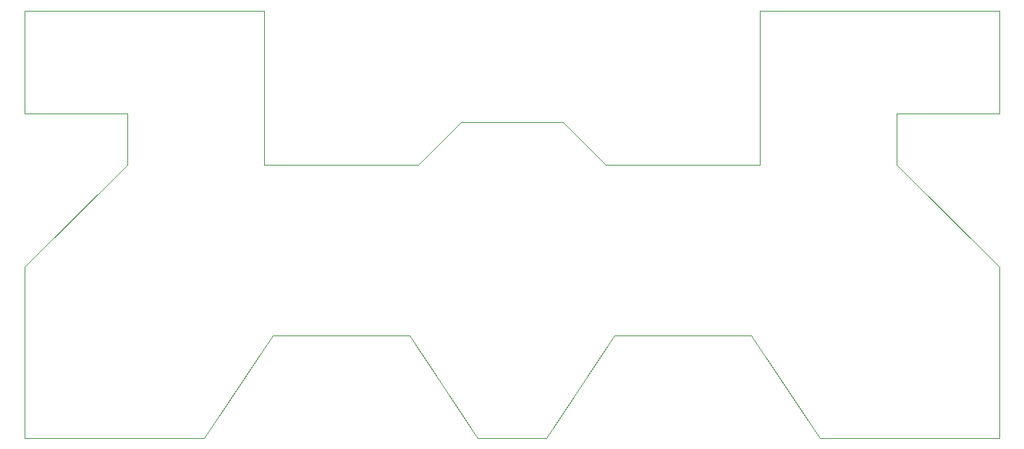
<source format=gbr>
G04 #@! TF.FileFunction,Profile,NP*
%FSLAX46Y46*%
G04 Gerber Fmt 4.6, Leading zero omitted, Abs format (unit mm)*
G04 Created by KiCad (PCBNEW (2016-04-11 BZR 6687, Git f239aee)-product) date 4/14/2016 1:21:30 PM*
%MOMM*%
G01*
G04 APERTURE LIST*
%ADD10C,0.020000*%
%ADD11C,0.100000*%
G04 APERTURE END LIST*
D10*
D11*
X81000000Y-31000000D02*
X99000000Y-31000000D01*
X76000000Y-26000000D02*
X81000000Y-31000000D01*
X64000000Y-26000000D02*
X76000000Y-26000000D01*
X59000000Y-31000000D02*
X41000000Y-31000000D01*
X64000000Y-26000000D02*
X59000000Y-31000000D01*
X99000000Y-25000000D02*
X99000000Y-31000000D01*
X115000000Y-25000000D02*
X115000000Y-31000000D01*
X127000000Y-25000000D02*
X115000000Y-25000000D01*
X25000000Y-25000000D02*
X25000000Y-31000000D01*
X13000000Y-25000000D02*
X25000000Y-25000000D01*
X41000000Y-25000000D02*
X41000000Y-31000000D01*
X34000000Y-63000000D02*
X13000000Y-63000000D01*
X13000000Y-13000000D02*
X41000000Y-13000000D01*
X13000000Y-60000000D02*
X13000000Y-63000000D01*
X13000000Y-25000000D02*
X13000000Y-13000000D01*
X13000000Y-43000000D02*
X13000000Y-60000000D01*
X41000000Y-13000000D02*
X41000000Y-25000000D01*
X127000000Y-13000000D02*
X99000000Y-13000000D01*
X127000000Y-25000000D02*
X127000000Y-13000000D01*
X99000000Y-13000000D02*
X99000000Y-25000000D01*
X127000000Y-60000000D02*
X127000000Y-63000000D01*
X115000000Y-31000000D02*
X127000000Y-43000000D01*
X127000000Y-43000000D02*
X127000000Y-60000000D01*
X70000000Y-63000000D02*
X74000000Y-63000000D01*
X74000000Y-63000000D02*
X82000000Y-51000000D01*
X82000000Y-51000000D02*
X98000000Y-51000000D01*
X106000000Y-63000000D02*
X127000000Y-63000000D01*
X98000000Y-51000000D02*
X106000000Y-63000000D01*
X42000000Y-51000000D02*
X34000000Y-63000000D01*
X58000000Y-51000000D02*
X42000000Y-51000000D01*
X66000000Y-63000000D02*
X58000000Y-51000000D01*
X70000000Y-63000000D02*
X66000000Y-63000000D01*
X25000000Y-31000000D02*
X13000000Y-43000000D01*
M02*

</source>
